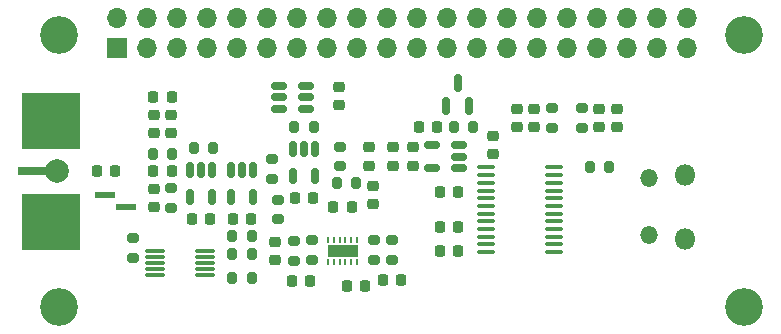
<source format=gbr>
%TF.GenerationSoftware,KiCad,Pcbnew,8.0.3-8.0.3-0~ubuntu22.04.1*%
%TF.CreationDate,2024-10-11T11:53:38+02:00*%
%TF.ProjectId,ADC_pHAT_AFE,4144435f-7048-4415-945f-4146452e6b69,rev?*%
%TF.SameCoordinates,PX5cbead0PY5705d50*%
%TF.FileFunction,Soldermask,Top*%
%TF.FilePolarity,Negative*%
%FSLAX46Y46*%
G04 Gerber Fmt 4.6, Leading zero omitted, Abs format (unit mm)*
G04 Created by KiCad (PCBNEW 8.0.3-8.0.3-0~ubuntu22.04.1) date 2024-10-11 11:53:38*
%MOMM*%
%LPD*%
G01*
G04 APERTURE LIST*
G04 Aperture macros list*
%AMRoundRect*
0 Rectangle with rounded corners*
0 $1 Rounding radius*
0 $2 $3 $4 $5 $6 $7 $8 $9 X,Y pos of 4 corners*
0 Add a 4 corners polygon primitive as box body*
4,1,4,$2,$3,$4,$5,$6,$7,$8,$9,$2,$3,0*
0 Add four circle primitives for the rounded corners*
1,1,$1+$1,$2,$3*
1,1,$1+$1,$4,$5*
1,1,$1+$1,$6,$7*
1,1,$1+$1,$8,$9*
0 Add four rect primitives between the rounded corners*
20,1,$1+$1,$2,$3,$4,$5,0*
20,1,$1+$1,$4,$5,$6,$7,0*
20,1,$1+$1,$6,$7,$8,$9,0*
20,1,$1+$1,$8,$9,$2,$3,0*%
G04 Aperture macros list end*
%ADD10RoundRect,0.225000X0.225000X0.250000X-0.225000X0.250000X-0.225000X-0.250000X0.225000X-0.250000X0*%
%ADD11RoundRect,0.218750X-0.256250X0.218750X-0.256250X-0.218750X0.256250X-0.218750X0.256250X0.218750X0*%
%ADD12RoundRect,0.225000X-0.250000X0.225000X-0.250000X-0.225000X0.250000X-0.225000X0.250000X0.225000X0*%
%ADD13RoundRect,0.200000X0.200000X0.275000X-0.200000X0.275000X-0.200000X-0.275000X0.200000X-0.275000X0*%
%ADD14RoundRect,0.225000X0.250000X-0.225000X0.250000X0.225000X-0.250000X0.225000X-0.250000X-0.225000X0*%
%ADD15RoundRect,0.200000X-0.275000X0.200000X-0.275000X-0.200000X0.275000X-0.200000X0.275000X0.200000X0*%
%ADD16RoundRect,0.200000X0.275000X-0.200000X0.275000X0.200000X-0.275000X0.200000X-0.275000X-0.200000X0*%
%ADD17RoundRect,0.218750X0.256250X-0.218750X0.256250X0.218750X-0.256250X0.218750X-0.256250X-0.218750X0*%
%ADD18RoundRect,0.200000X-0.200000X-0.275000X0.200000X-0.275000X0.200000X0.275000X-0.200000X0.275000X0*%
%ADD19C,3.200000*%
%ADD20RoundRect,0.150000X0.512500X0.150000X-0.512500X0.150000X-0.512500X-0.150000X0.512500X-0.150000X0*%
%ADD21RoundRect,0.062500X0.062500X-0.187500X0.062500X0.187500X-0.062500X0.187500X-0.062500X-0.187500X0*%
%ADD22R,2.650000X1.000000*%
%ADD23C,2.000000*%
%ADD24R,2.350000X0.700000*%
%ADD25R,4.900000X4.800000*%
%ADD26RoundRect,0.075000X0.737500X0.075000X-0.737500X0.075000X-0.737500X-0.075000X0.737500X-0.075000X0*%
%ADD27RoundRect,0.225000X-0.225000X-0.250000X0.225000X-0.250000X0.225000X0.250000X-0.225000X0.250000X0*%
%ADD28RoundRect,0.100000X-0.637500X-0.100000X0.637500X-0.100000X0.637500X0.100000X-0.637500X0.100000X0*%
%ADD29RoundRect,0.150000X0.150000X-0.587500X0.150000X0.587500X-0.150000X0.587500X-0.150000X-0.587500X0*%
%ADD30R,1.750000X0.600000*%
%ADD31RoundRect,0.150000X-0.150000X0.512500X-0.150000X-0.512500X0.150000X-0.512500X0.150000X0.512500X0*%
%ADD32R,1.700000X1.700000*%
%ADD33O,1.700000X1.700000*%
%ADD34O,1.800000X1.800000*%
%ADD35O,1.500000X1.500000*%
G04 APERTURE END LIST*
D10*
%TO.C,C15*%
X29435000Y5250000D03*
X27885000Y5250000D03*
%TD*%
D11*
%TO.C,D3*%
X30100000Y13787500D03*
X30100000Y12212500D03*
%TD*%
D12*
%TO.C,C13*%
X21750000Y9025000D03*
X21750000Y7475000D03*
%TD*%
D13*
%TO.C,R11*%
X25075000Y18750000D03*
X23425000Y18750000D03*
%TD*%
D14*
%TO.C,C9*%
X33500000Y15475000D03*
X33500000Y17025000D03*
%TD*%
D15*
%TO.C,R14*%
X21500000Y16025000D03*
X21500000Y14375000D03*
%TD*%
D14*
%TO.C,C4*%
X43750000Y18725000D03*
X43750000Y20275000D03*
%TD*%
D16*
%TO.C,R3*%
X30160000Y7500000D03*
X30160000Y9150000D03*
%TD*%
D17*
%TO.C,D2*%
X13000000Y18212500D03*
X13000000Y19787500D03*
%TD*%
D18*
%TO.C,R5*%
X36925000Y18750000D03*
X38575000Y18750000D03*
%TD*%
D19*
%TO.C,REF\u002A\u002A*%
X61500000Y3500000D03*
%TD*%
D20*
%TO.C,U8*%
X24387500Y20300000D03*
X24387500Y21250000D03*
X24387500Y22200000D03*
X22112500Y22200000D03*
X22112500Y21250000D03*
X22112500Y20300000D03*
%TD*%
D11*
%TO.C,D1*%
X11500000Y19787500D03*
X11500000Y18212500D03*
%TD*%
D21*
%TO.C,U3*%
X26250000Y7300000D03*
X26750000Y7300000D03*
X27250000Y7300000D03*
X27750000Y7300000D03*
X28250000Y7300000D03*
X28750000Y7300000D03*
X28750000Y9200000D03*
X28250000Y9200000D03*
X27750000Y9200000D03*
X27250000Y9200000D03*
X26750000Y9200000D03*
X26250000Y9200000D03*
D22*
X27500000Y8250000D03*
%TD*%
D18*
%TO.C,R19*%
X14925000Y17000000D03*
X16575000Y17000000D03*
%TD*%
D23*
%TO.C,REF\u002A\u002A*%
X3300000Y15000000D03*
%TD*%
D24*
%TO.C,J3*%
X1250000Y15000000D03*
D25*
X2825000Y19250000D03*
X2825000Y10750000D03*
%TD*%
D19*
%TO.C,REF\u002A\u002A*%
X3500000Y3500000D03*
%TD*%
D26*
%TO.C,U4*%
X15862500Y6250000D03*
X15862500Y6750000D03*
X15862500Y7250000D03*
X15862500Y7750000D03*
X15862500Y8250000D03*
X11637500Y8250000D03*
X11637500Y7750000D03*
X11637500Y7250000D03*
X11637500Y6750000D03*
X11637500Y6250000D03*
%TD*%
D27*
%TO.C,C18*%
X11475000Y15000000D03*
X13025000Y15000000D03*
%TD*%
D28*
%TO.C,U2*%
X39637500Y15325000D03*
X39637500Y14675000D03*
X39637500Y14025000D03*
X39637500Y13375000D03*
X39637500Y12725000D03*
X39637500Y12075000D03*
X39637500Y11425000D03*
X39637500Y10775000D03*
X39637500Y10125000D03*
X39637500Y9475000D03*
X39637500Y8825000D03*
X39637500Y8175000D03*
X45362500Y8175000D03*
X45362500Y8825000D03*
X45362500Y9475000D03*
X45362500Y10125000D03*
X45362500Y10775000D03*
X45362500Y11425000D03*
X45362500Y12075000D03*
X45362500Y12725000D03*
X45362500Y13375000D03*
X45362500Y14025000D03*
X45362500Y14675000D03*
X45362500Y15325000D03*
%TD*%
D18*
%TO.C,R13*%
X27025000Y14000000D03*
X28675000Y14000000D03*
%TD*%
D10*
%TO.C,C11*%
X37275000Y10250000D03*
X35725000Y10250000D03*
%TD*%
D19*
%TO.C,REF\u002A\u002A*%
X61500000Y26500000D03*
%TD*%
D29*
%TO.C,U10*%
X36300000Y20562500D03*
X38200000Y20562500D03*
X37250000Y22437500D03*
%TD*%
D10*
%TO.C,C7*%
X37275000Y8250000D03*
X35725000Y8250000D03*
%TD*%
D18*
%TO.C,R8*%
X18175000Y6000000D03*
X19825000Y6000000D03*
%TD*%
%TO.C,R2*%
X48425000Y15350000D03*
X50075000Y15350000D03*
%TD*%
D14*
%TO.C,C2*%
X50750000Y18725000D03*
X50750000Y20275000D03*
%TD*%
%TO.C,C23*%
X29750000Y15475000D03*
X29750000Y17025000D03*
%TD*%
D18*
%TO.C,R12*%
X11425000Y16500000D03*
X13075000Y16500000D03*
%TD*%
D19*
%TO.C,REF\u002A\u002A*%
X3500000Y26500000D03*
%TD*%
D10*
%TO.C,C8*%
X24775000Y5750000D03*
X23225000Y5750000D03*
%TD*%
D15*
%TO.C,R18*%
X27250000Y17075000D03*
X27250000Y15425000D03*
%TD*%
D27*
%TO.C,C21*%
X6725000Y15000000D03*
X8275000Y15000000D03*
%TD*%
D15*
%TO.C,R7*%
X24910000Y9150000D03*
X24910000Y7500000D03*
%TD*%
D12*
%TO.C,C22*%
X11500000Y13525000D03*
X11500000Y11975000D03*
%TD*%
D10*
%TO.C,C17*%
X16275000Y11000000D03*
X14725000Y11000000D03*
%TD*%
%TO.C,C20*%
X25025000Y12750000D03*
X23475000Y12750000D03*
%TD*%
%TO.C,C6*%
X37275000Y13250000D03*
X35725000Y13250000D03*
%TD*%
D16*
%TO.C,R9*%
X9750000Y7675000D03*
X9750000Y9325000D03*
%TD*%
%TO.C,R4*%
X31660000Y7500000D03*
X31660000Y9150000D03*
%TD*%
D30*
%TO.C,J1*%
X9125000Y12000000D03*
X7375000Y13000000D03*
%TD*%
D14*
%TO.C,C1*%
X49250000Y18725000D03*
X49250000Y20275000D03*
%TD*%
D10*
%TO.C,C19*%
X19775000Y11000000D03*
X18225000Y11000000D03*
%TD*%
D20*
%TO.C,U9*%
X37387500Y15300000D03*
X37387500Y16250000D03*
X37387500Y17200000D03*
X35112500Y17200000D03*
X35112500Y15300000D03*
%TD*%
D31*
%TO.C,U6*%
X16450000Y15137500D03*
X15500000Y15137500D03*
X14550000Y15137500D03*
X14550000Y12862500D03*
X16450000Y12862500D03*
%TD*%
D15*
%TO.C,FB2*%
X45250000Y20325000D03*
X45250000Y18675000D03*
%TD*%
%TO.C,R17*%
X22000000Y12575000D03*
X22000000Y10925000D03*
%TD*%
D14*
%TO.C,C10*%
X31750000Y15475000D03*
X31750000Y17025000D03*
%TD*%
%TO.C,C5*%
X40250000Y16475000D03*
X40250000Y18025000D03*
%TD*%
D15*
%TO.C,FB1*%
X47750000Y20325000D03*
X47750000Y18675000D03*
%TD*%
D10*
%TO.C,C16*%
X13025000Y21250000D03*
X11475000Y21250000D03*
%TD*%
D18*
%TO.C,R10*%
X18175000Y9500000D03*
X19825000Y9500000D03*
%TD*%
D15*
%TO.C,R1*%
X23410000Y9075000D03*
X23410000Y7425000D03*
%TD*%
D27*
%TO.C,C12*%
X26725000Y12000000D03*
X28275000Y12000000D03*
%TD*%
D10*
%TO.C,C25*%
X35525000Y18750000D03*
X33975000Y18750000D03*
%TD*%
D27*
%TO.C,C14*%
X30885000Y5825000D03*
X32435000Y5825000D03*
%TD*%
D31*
%TO.C,U5*%
X25200000Y16887500D03*
X24250000Y16887500D03*
X23300000Y16887500D03*
X23300000Y14612500D03*
X25200000Y14612500D03*
%TD*%
D14*
%TO.C,C3*%
X42250000Y18725000D03*
X42250000Y20275000D03*
%TD*%
D18*
%TO.C,R16*%
X18175000Y8000000D03*
X19825000Y8000000D03*
%TD*%
D16*
%TO.C,R15*%
X13000000Y11925000D03*
X13000000Y13575000D03*
%TD*%
D12*
%TO.C,C24*%
X27200000Y22175000D03*
X27200000Y20625000D03*
%TD*%
D31*
%TO.C,U7*%
X19950000Y15137500D03*
X19000000Y15137500D03*
X18050000Y15137500D03*
X18050000Y12862500D03*
X19950000Y12862500D03*
%TD*%
D32*
%TO.C,J2*%
X8400000Y25460000D03*
D33*
X8400000Y28000000D03*
X10940000Y25460000D03*
X10940000Y28000000D03*
X13480000Y25460000D03*
X13480000Y28000000D03*
X16020000Y25460000D03*
X16020000Y28000000D03*
X18560000Y25460000D03*
X18560000Y28000000D03*
X21100000Y25460000D03*
X21100000Y28000000D03*
X23640000Y25460000D03*
X23640000Y28000000D03*
X26180000Y25460000D03*
X26180000Y28000000D03*
X28720000Y25460000D03*
X28720000Y28000000D03*
X31260000Y25460000D03*
X31260000Y28000000D03*
X33800000Y25460000D03*
X33800000Y28000000D03*
X36340000Y25460000D03*
X36340000Y28000000D03*
X38880000Y25460000D03*
X38880000Y28000000D03*
X41420000Y25460000D03*
X41420000Y28000000D03*
X43960000Y25460000D03*
X43960000Y28000000D03*
X46500000Y25460000D03*
X46500000Y28000000D03*
X49040000Y25460000D03*
X49040000Y28000000D03*
X51580000Y25460000D03*
X51580000Y28000000D03*
X54120000Y25460000D03*
X54120000Y28000000D03*
X56660000Y25460000D03*
X56660000Y28000000D03*
%TD*%
D34*
%TO.C,U1*%
X56500000Y9275000D03*
D35*
X53470000Y9575000D03*
X53470000Y14425000D03*
D34*
X56500000Y14725000D03*
%TD*%
M02*

</source>
